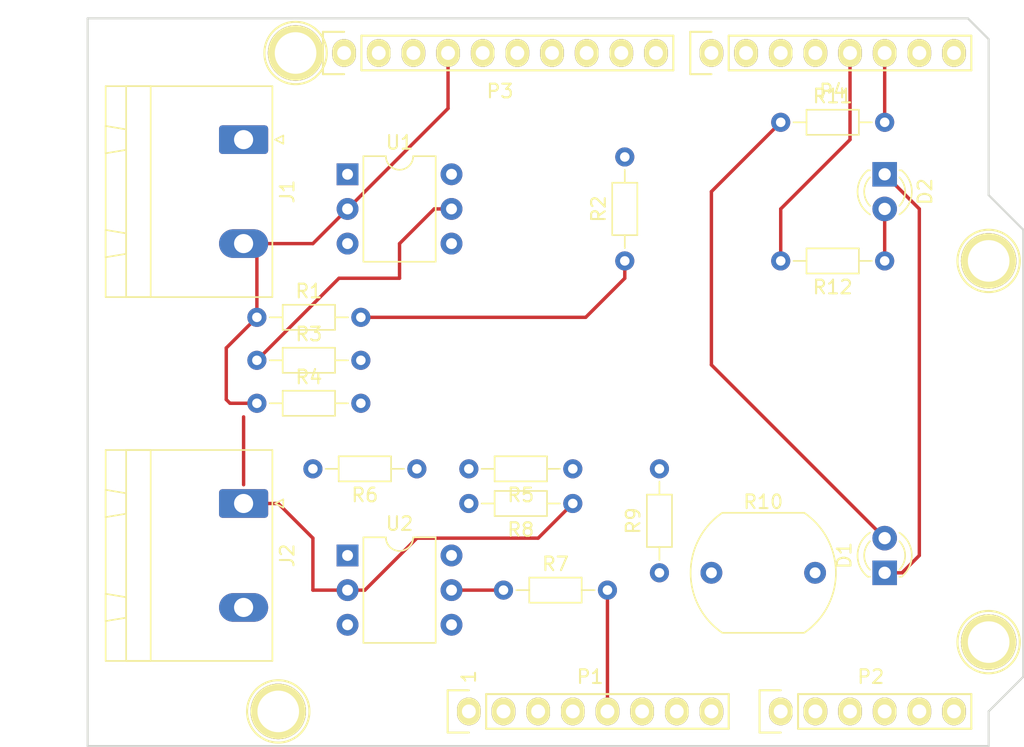
<source format=kicad_pcb>
(kicad_pcb (version 20171130) (host pcbnew "(5.1.9)-1")

  (general
    (thickness 1.6)
    (drawings 32)
    (tracks 41)
    (zones 0)
    (modules 26)
    (nets 45)
  )

  (page A4)
  (title_block
    (date "lun. 30 mars 2015")
  )

  (layers
    (0 F.Cu signal)
    (31 B.Cu signal)
    (32 B.Adhes user)
    (33 F.Adhes user)
    (34 B.Paste user)
    (35 F.Paste user)
    (36 B.SilkS user)
    (37 F.SilkS user)
    (38 B.Mask user)
    (39 F.Mask user)
    (40 Dwgs.User user)
    (41 Cmts.User user)
    (42 Eco1.User user)
    (43 Eco2.User user)
    (44 Edge.Cuts user)
    (45 Margin user)
    (46 B.CrtYd user)
    (47 F.CrtYd user)
    (48 B.Fab user)
    (49 F.Fab user)
  )

  (setup
    (last_trace_width 0.25)
    (trace_clearance 0.2)
    (zone_clearance 0.508)
    (zone_45_only no)
    (trace_min 0.2)
    (via_size 0.6)
    (via_drill 0.4)
    (via_min_size 0.4)
    (via_min_drill 0.3)
    (uvia_size 0.3)
    (uvia_drill 0.1)
    (uvias_allowed no)
    (uvia_min_size 0.2)
    (uvia_min_drill 0.1)
    (edge_width 0.15)
    (segment_width 0.15)
    (pcb_text_width 0.3)
    (pcb_text_size 1.5 1.5)
    (mod_edge_width 0.15)
    (mod_text_size 1 1)
    (mod_text_width 0.15)
    (pad_size 4.064 4.064)
    (pad_drill 3.048)
    (pad_to_mask_clearance 0)
    (aux_axis_origin 110.998 126.365)
    (grid_origin 110.998 126.365)
    (visible_elements 7FFFFFFF)
    (pcbplotparams
      (layerselection 0x00030_80000001)
      (usegerberextensions false)
      (usegerberattributes true)
      (usegerberadvancedattributes true)
      (creategerberjobfile true)
      (excludeedgelayer true)
      (linewidth 0.100000)
      (plotframeref false)
      (viasonmask false)
      (mode 1)
      (useauxorigin false)
      (hpglpennumber 1)
      (hpglpenspeed 20)
      (hpglpendiameter 15.000000)
      (psnegative false)
      (psa4output false)
      (plotreference true)
      (plotvalue true)
      (plotinvisibletext false)
      (padsonsilk false)
      (subtractmaskfromsilk false)
      (outputformat 1)
      (mirror false)
      (drillshape 1)
      (scaleselection 1)
      (outputdirectory ""))
  )

  (net 0 "")
  (net 1 /IOREF)
  (net 2 /Reset)
  (net 3 +5V)
  (net 4 GND)
  (net 5 /Vin)
  (net 6 /A0)
  (net 7 /A3)
  (net 8 /AREF)
  (net 9 "/A4(SDA)")
  (net 10 "/A5(SCL)")
  (net 11 "/9(**)")
  (net 12 /8)
  (net 13 /7)
  (net 14 "/6(**)")
  (net 15 "/5(**)")
  (net 16 /4)
  (net 17 "/3(**)")
  (net 18 /2)
  (net 19 "/1(Tx)")
  (net 20 "/0(Rx)")
  (net 21 "Net-(P5-Pad1)")
  (net 22 "Net-(P6-Pad1)")
  (net 23 "Net-(P7-Pad1)")
  (net 24 "Net-(P8-Pad1)")
  (net 25 "/13(SCK)")
  (net 26 "/10(**/SS)")
  (net 27 "Net-(P1-Pad1)")
  (net 28 +3V3)
  (net 29 "/12(MISO)")
  (net 30 "/11(**/MOSI)")
  (net 31 output_ref)
  (net 32 input_ref)
  (net 33 "Net-(R1-Pad2)")
  (net 34 "Net-(R4-Pad2)")
  (net 35 "Net-(U1-Pad3)")
  (net 36 "Net-(U1-Pad6)")
  (net 37 "Net-(U2-Pad6)")
  (net 38 "Net-(U2-Pad3)")
  (net 39 "Net-(R8-Pad2)")
  (net 40 "Net-(R5-Pad2)")
  (net 41 "Net-(D1-Pad2)")
  (net 42 "Net-(D2-Pad2)")
  (net 43 "Net-(J1-Pad1)")
  (net 44 "Net-(J2-Pad2)")

  (net_class Default "This is the default net class."
    (clearance 0.2)
    (trace_width 0.25)
    (via_dia 0.6)
    (via_drill 0.4)
    (uvia_dia 0.3)
    (uvia_drill 0.1)
    (add_net +3V3)
    (add_net +5V)
    (add_net "/0(Rx)")
    (add_net "/1(Tx)")
    (add_net "/10(**/SS)")
    (add_net "/11(**/MOSI)")
    (add_net "/12(MISO)")
    (add_net "/13(SCK)")
    (add_net /2)
    (add_net "/3(**)")
    (add_net /4)
    (add_net "/5(**)")
    (add_net "/6(**)")
    (add_net /7)
    (add_net /8)
    (add_net "/9(**)")
    (add_net /A0)
    (add_net /A3)
    (add_net "/A4(SDA)")
    (add_net "/A5(SCL)")
    (add_net /AREF)
    (add_net /IOREF)
    (add_net /Reset)
    (add_net /Vin)
    (add_net GND)
    (add_net "Net-(D1-Pad2)")
    (add_net "Net-(D2-Pad2)")
    (add_net "Net-(J1-Pad1)")
    (add_net "Net-(J2-Pad2)")
    (add_net "Net-(P1-Pad1)")
    (add_net "Net-(P5-Pad1)")
    (add_net "Net-(P6-Pad1)")
    (add_net "Net-(P7-Pad1)")
    (add_net "Net-(P8-Pad1)")
    (add_net "Net-(R1-Pad2)")
    (add_net "Net-(R4-Pad2)")
    (add_net "Net-(R5-Pad2)")
    (add_net "Net-(R8-Pad2)")
    (add_net "Net-(U1-Pad3)")
    (add_net "Net-(U1-Pad6)")
    (add_net "Net-(U2-Pad3)")
    (add_net "Net-(U2-Pad6)")
    (add_net input_ref)
    (add_net output_ref)
  )

  (module Socket_Arduino_Uno:Socket_Strip_Arduino_1x08 locked (layer F.Cu) (tedit 552168D2) (tstamp 551AF9EA)
    (at 138.938 123.825)
    (descr "Through hole socket strip")
    (tags "socket strip")
    (path /56D70129)
    (fp_text reference P1 (at 8.89 -2.54) (layer F.SilkS)
      (effects (font (size 1 1) (thickness 0.15)))
    )
    (fp_text value Power (at 8.89 -4.064) (layer F.Fab)
      (effects (font (size 1 1) (thickness 0.15)))
    )
    (fp_line (start -1.55 -1.55) (end -1.55 1.55) (layer F.SilkS) (width 0.15))
    (fp_line (start 0 -1.55) (end -1.55 -1.55) (layer F.SilkS) (width 0.15))
    (fp_line (start 1.27 1.27) (end 1.27 -1.27) (layer F.SilkS) (width 0.15))
    (fp_line (start -1.55 1.55) (end 0 1.55) (layer F.SilkS) (width 0.15))
    (fp_line (start 19.05 -1.27) (end 1.27 -1.27) (layer F.SilkS) (width 0.15))
    (fp_line (start 19.05 1.27) (end 19.05 -1.27) (layer F.SilkS) (width 0.15))
    (fp_line (start 1.27 1.27) (end 19.05 1.27) (layer F.SilkS) (width 0.15))
    (fp_line (start -1.75 1.75) (end 19.55 1.75) (layer F.CrtYd) (width 0.05))
    (fp_line (start -1.75 -1.75) (end 19.55 -1.75) (layer F.CrtYd) (width 0.05))
    (fp_line (start 19.55 -1.75) (end 19.55 1.75) (layer F.CrtYd) (width 0.05))
    (fp_line (start -1.75 -1.75) (end -1.75 1.75) (layer F.CrtYd) (width 0.05))
    (pad 1 thru_hole oval (at 0 0) (size 1.7272 2.032) (drill 1.016) (layers *.Cu *.Mask F.SilkS)
      (net 27 "Net-(P1-Pad1)"))
    (pad 2 thru_hole oval (at 2.54 0) (size 1.7272 2.032) (drill 1.016) (layers *.Cu *.Mask F.SilkS)
      (net 1 /IOREF))
    (pad 3 thru_hole oval (at 5.08 0) (size 1.7272 2.032) (drill 1.016) (layers *.Cu *.Mask F.SilkS)
      (net 2 /Reset))
    (pad 4 thru_hole oval (at 7.62 0) (size 1.7272 2.032) (drill 1.016) (layers *.Cu *.Mask F.SilkS)
      (net 28 +3V3))
    (pad 5 thru_hole oval (at 10.16 0) (size 1.7272 2.032) (drill 1.016) (layers *.Cu *.Mask F.SilkS)
      (net 3 +5V))
    (pad 6 thru_hole oval (at 12.7 0) (size 1.7272 2.032) (drill 1.016) (layers *.Cu *.Mask F.SilkS)
      (net 4 GND))
    (pad 7 thru_hole oval (at 15.24 0) (size 1.7272 2.032) (drill 1.016) (layers *.Cu *.Mask F.SilkS)
      (net 4 GND))
    (pad 8 thru_hole oval (at 17.78 0) (size 1.7272 2.032) (drill 1.016) (layers *.Cu *.Mask F.SilkS)
      (net 5 /Vin))
    (model ${KIPRJMOD}/Socket_Arduino_Uno.3dshapes/Socket_header_Arduino_1x08.wrl
      (offset (xyz 8.889999866485596 0 0))
      (scale (xyz 1 1 1))
      (rotate (xyz 0 0 180))
    )
  )

  (module Socket_Arduino_Uno:Socket_Strip_Arduino_1x06 locked (layer F.Cu) (tedit 552168D6) (tstamp 551AF9FF)
    (at 161.798 123.825)
    (descr "Through hole socket strip")
    (tags "socket strip")
    (path /56D70DD8)
    (fp_text reference P2 (at 6.604 -2.54) (layer F.SilkS)
      (effects (font (size 1 1) (thickness 0.15)))
    )
    (fp_text value Analog (at 6.604 -4.064) (layer F.Fab)
      (effects (font (size 1 1) (thickness 0.15)))
    )
    (fp_line (start -1.55 -1.55) (end -1.55 1.55) (layer F.SilkS) (width 0.15))
    (fp_line (start 0 -1.55) (end -1.55 -1.55) (layer F.SilkS) (width 0.15))
    (fp_line (start 1.27 1.27) (end 1.27 -1.27) (layer F.SilkS) (width 0.15))
    (fp_line (start -1.55 1.55) (end 0 1.55) (layer F.SilkS) (width 0.15))
    (fp_line (start 13.97 -1.27) (end 1.27 -1.27) (layer F.SilkS) (width 0.15))
    (fp_line (start 13.97 1.27) (end 13.97 -1.27) (layer F.SilkS) (width 0.15))
    (fp_line (start 1.27 1.27) (end 13.97 1.27) (layer F.SilkS) (width 0.15))
    (fp_line (start -1.75 1.75) (end 14.45 1.75) (layer F.CrtYd) (width 0.05))
    (fp_line (start -1.75 -1.75) (end 14.45 -1.75) (layer F.CrtYd) (width 0.05))
    (fp_line (start 14.45 -1.75) (end 14.45 1.75) (layer F.CrtYd) (width 0.05))
    (fp_line (start -1.75 -1.75) (end -1.75 1.75) (layer F.CrtYd) (width 0.05))
    (pad 1 thru_hole oval (at 0 0) (size 1.7272 2.032) (drill 1.016) (layers *.Cu *.Mask F.SilkS)
      (net 6 /A0))
    (pad 2 thru_hole oval (at 2.54 0) (size 1.7272 2.032) (drill 1.016) (layers *.Cu *.Mask F.SilkS)
      (net 31 output_ref))
    (pad 3 thru_hole oval (at 5.08 0) (size 1.7272 2.032) (drill 1.016) (layers *.Cu *.Mask F.SilkS)
      (net 32 input_ref))
    (pad 4 thru_hole oval (at 7.62 0) (size 1.7272 2.032) (drill 1.016) (layers *.Cu *.Mask F.SilkS)
      (net 7 /A3))
    (pad 5 thru_hole oval (at 10.16 0) (size 1.7272 2.032) (drill 1.016) (layers *.Cu *.Mask F.SilkS)
      (net 9 "/A4(SDA)"))
    (pad 6 thru_hole oval (at 12.7 0) (size 1.7272 2.032) (drill 1.016) (layers *.Cu *.Mask F.SilkS)
      (net 10 "/A5(SCL)"))
    (model ${KIPRJMOD}/Socket_Arduino_Uno.3dshapes/Socket_header_Arduino_1x06.wrl
      (offset (xyz 6.349999904632568 0 0))
      (scale (xyz 1 1 1))
      (rotate (xyz 0 0 180))
    )
  )

  (module Socket_Arduino_Uno:Socket_Strip_Arduino_1x10 locked (layer F.Cu) (tedit 552168BF) (tstamp 551AFA18)
    (at 129.794 75.565)
    (descr "Through hole socket strip")
    (tags "socket strip")
    (path /56D721E0)
    (fp_text reference P3 (at 11.43 2.794) (layer F.SilkS)
      (effects (font (size 1 1) (thickness 0.15)))
    )
    (fp_text value Digital (at 11.43 4.318) (layer F.Fab)
      (effects (font (size 1 1) (thickness 0.15)))
    )
    (fp_line (start -1.55 -1.55) (end -1.55 1.55) (layer F.SilkS) (width 0.15))
    (fp_line (start 0 -1.55) (end -1.55 -1.55) (layer F.SilkS) (width 0.15))
    (fp_line (start 1.27 1.27) (end 1.27 -1.27) (layer F.SilkS) (width 0.15))
    (fp_line (start -1.55 1.55) (end 0 1.55) (layer F.SilkS) (width 0.15))
    (fp_line (start 24.13 -1.27) (end 1.27 -1.27) (layer F.SilkS) (width 0.15))
    (fp_line (start 24.13 1.27) (end 24.13 -1.27) (layer F.SilkS) (width 0.15))
    (fp_line (start 1.27 1.27) (end 24.13 1.27) (layer F.SilkS) (width 0.15))
    (fp_line (start -1.75 1.75) (end 24.65 1.75) (layer F.CrtYd) (width 0.05))
    (fp_line (start -1.75 -1.75) (end 24.65 -1.75) (layer F.CrtYd) (width 0.05))
    (fp_line (start 24.65 -1.75) (end 24.65 1.75) (layer F.CrtYd) (width 0.05))
    (fp_line (start -1.75 -1.75) (end -1.75 1.75) (layer F.CrtYd) (width 0.05))
    (pad 1 thru_hole oval (at 0 0) (size 1.7272 2.032) (drill 1.016) (layers *.Cu *.Mask F.SilkS)
      (net 10 "/A5(SCL)"))
    (pad 2 thru_hole oval (at 2.54 0) (size 1.7272 2.032) (drill 1.016) (layers *.Cu *.Mask F.SilkS)
      (net 9 "/A4(SDA)"))
    (pad 3 thru_hole oval (at 5.08 0) (size 1.7272 2.032) (drill 1.016) (layers *.Cu *.Mask F.SilkS)
      (net 8 /AREF))
    (pad 4 thru_hole oval (at 7.62 0) (size 1.7272 2.032) (drill 1.016) (layers *.Cu *.Mask F.SilkS)
      (net 4 GND))
    (pad 5 thru_hole oval (at 10.16 0) (size 1.7272 2.032) (drill 1.016) (layers *.Cu *.Mask F.SilkS)
      (net 25 "/13(SCK)"))
    (pad 6 thru_hole oval (at 12.7 0) (size 1.7272 2.032) (drill 1.016) (layers *.Cu *.Mask F.SilkS)
      (net 29 "/12(MISO)"))
    (pad 7 thru_hole oval (at 15.24 0) (size 1.7272 2.032) (drill 1.016) (layers *.Cu *.Mask F.SilkS)
      (net 30 "/11(**/MOSI)"))
    (pad 8 thru_hole oval (at 17.78 0) (size 1.7272 2.032) (drill 1.016) (layers *.Cu *.Mask F.SilkS)
      (net 26 "/10(**/SS)"))
    (pad 9 thru_hole oval (at 20.32 0) (size 1.7272 2.032) (drill 1.016) (layers *.Cu *.Mask F.SilkS)
      (net 11 "/9(**)"))
    (pad 10 thru_hole oval (at 22.86 0) (size 1.7272 2.032) (drill 1.016) (layers *.Cu *.Mask F.SilkS)
      (net 12 /8))
    (model ${KIPRJMOD}/Socket_Arduino_Uno.3dshapes/Socket_header_Arduino_1x10.wrl
      (offset (xyz 11.42999982833862 0 0))
      (scale (xyz 1 1 1))
      (rotate (xyz 0 0 180))
    )
  )

  (module Socket_Arduino_Uno:Socket_Strip_Arduino_1x08 locked (layer F.Cu) (tedit 552168C7) (tstamp 551AFA2F)
    (at 156.718 75.565)
    (descr "Through hole socket strip")
    (tags "socket strip")
    (path /56D7164F)
    (fp_text reference P4 (at 8.89 2.794) (layer F.SilkS)
      (effects (font (size 1 1) (thickness 0.15)))
    )
    (fp_text value Digital (at 8.89 4.318) (layer F.Fab)
      (effects (font (size 1 1) (thickness 0.15)))
    )
    (fp_line (start -1.55 -1.55) (end -1.55 1.55) (layer F.SilkS) (width 0.15))
    (fp_line (start 0 -1.55) (end -1.55 -1.55) (layer F.SilkS) (width 0.15))
    (fp_line (start 1.27 1.27) (end 1.27 -1.27) (layer F.SilkS) (width 0.15))
    (fp_line (start -1.55 1.55) (end 0 1.55) (layer F.SilkS) (width 0.15))
    (fp_line (start 19.05 -1.27) (end 1.27 -1.27) (layer F.SilkS) (width 0.15))
    (fp_line (start 19.05 1.27) (end 19.05 -1.27) (layer F.SilkS) (width 0.15))
    (fp_line (start 1.27 1.27) (end 19.05 1.27) (layer F.SilkS) (width 0.15))
    (fp_line (start -1.75 1.75) (end 19.55 1.75) (layer F.CrtYd) (width 0.05))
    (fp_line (start -1.75 -1.75) (end 19.55 -1.75) (layer F.CrtYd) (width 0.05))
    (fp_line (start 19.55 -1.75) (end 19.55 1.75) (layer F.CrtYd) (width 0.05))
    (fp_line (start -1.75 -1.75) (end -1.75 1.75) (layer F.CrtYd) (width 0.05))
    (pad 1 thru_hole oval (at 0 0) (size 1.7272 2.032) (drill 1.016) (layers *.Cu *.Mask F.SilkS)
      (net 13 /7))
    (pad 2 thru_hole oval (at 2.54 0) (size 1.7272 2.032) (drill 1.016) (layers *.Cu *.Mask F.SilkS)
      (net 14 "/6(**)"))
    (pad 3 thru_hole oval (at 5.08 0) (size 1.7272 2.032) (drill 1.016) (layers *.Cu *.Mask F.SilkS)
      (net 15 "/5(**)"))
    (pad 4 thru_hole oval (at 7.62 0) (size 1.7272 2.032) (drill 1.016) (layers *.Cu *.Mask F.SilkS)
      (net 16 /4))
    (pad 5 thru_hole oval (at 10.16 0) (size 1.7272 2.032) (drill 1.016) (layers *.Cu *.Mask F.SilkS)
      (net 17 "/3(**)"))
    (pad 6 thru_hole oval (at 12.7 0) (size 1.7272 2.032) (drill 1.016) (layers *.Cu *.Mask F.SilkS)
      (net 18 /2))
    (pad 7 thru_hole oval (at 15.24 0) (size 1.7272 2.032) (drill 1.016) (layers *.Cu *.Mask F.SilkS)
      (net 19 "/1(Tx)"))
    (pad 8 thru_hole oval (at 17.78 0) (size 1.7272 2.032) (drill 1.016) (layers *.Cu *.Mask F.SilkS)
      (net 20 "/0(Rx)"))
    (model ${KIPRJMOD}/Socket_Arduino_Uno.3dshapes/Socket_header_Arduino_1x08.wrl
      (offset (xyz 8.889999866485596 0 0))
      (scale (xyz 1 1 1))
      (rotate (xyz 0 0 180))
    )
  )

  (module Socket_Arduino_Uno:Arduino_1pin locked (layer F.Cu) (tedit 5524FC39) (tstamp 5524FC3F)
    (at 124.968 123.825)
    (descr "module 1 pin (ou trou mecanique de percage)")
    (tags DEV)
    (path /56D71177)
    (fp_text reference P5 (at 0 -3.048) (layer F.SilkS) hide
      (effects (font (size 1 1) (thickness 0.15)))
    )
    (fp_text value CONN_01X01 (at 0 2.794) (layer F.Fab) hide
      (effects (font (size 1 1) (thickness 0.15)))
    )
    (fp_circle (center 0 0) (end 0 -2.286) (layer F.SilkS) (width 0.15))
    (pad 1 thru_hole circle (at 0 0) (size 4.064 4.064) (drill 3.048) (layers *.Cu *.Mask F.SilkS)
      (net 21 "Net-(P5-Pad1)"))
  )

  (module Socket_Arduino_Uno:Arduino_1pin locked (layer F.Cu) (tedit 5524FC4A) (tstamp 5524FC44)
    (at 177.038 118.745)
    (descr "module 1 pin (ou trou mecanique de percage)")
    (tags DEV)
    (path /56D71274)
    (fp_text reference P6 (at 0 -3.048) (layer F.SilkS) hide
      (effects (font (size 1 1) (thickness 0.15)))
    )
    (fp_text value CONN_01X01 (at 0 2.794) (layer F.Fab) hide
      (effects (font (size 1 1) (thickness 0.15)))
    )
    (fp_circle (center 0 0) (end 0 -2.286) (layer F.SilkS) (width 0.15))
    (pad 1 thru_hole circle (at 0 0) (size 4.064 4.064) (drill 3.048) (layers *.Cu *.Mask F.SilkS)
      (net 22 "Net-(P6-Pad1)"))
  )

  (module Socket_Arduino_Uno:Arduino_1pin locked (layer F.Cu) (tedit 5524FC2F) (tstamp 5524FC49)
    (at 126.238 75.565)
    (descr "module 1 pin (ou trou mecanique de percage)")
    (tags DEV)
    (path /56D712A8)
    (fp_text reference P7 (at 0 -3.048) (layer F.SilkS) hide
      (effects (font (size 1 1) (thickness 0.15)))
    )
    (fp_text value CONN_01X01 (at 0 2.794) (layer F.Fab) hide
      (effects (font (size 1 1) (thickness 0.15)))
    )
    (fp_circle (center 0 0) (end 0 -2.286) (layer F.SilkS) (width 0.15))
    (pad 1 thru_hole circle (at 0 0) (size 4.064 4.064) (drill 3.048) (layers *.Cu *.Mask F.SilkS)
      (net 23 "Net-(P7-Pad1)"))
  )

  (module Socket_Arduino_Uno:Arduino_1pin locked (layer F.Cu) (tedit 5524FC41) (tstamp 5524FC4E)
    (at 177.038 90.805)
    (descr "module 1 pin (ou trou mecanique de percage)")
    (tags DEV)
    (path /56D712DB)
    (fp_text reference P8 (at 0 -3.048) (layer F.SilkS) hide
      (effects (font (size 1 1) (thickness 0.15)))
    )
    (fp_text value CONN_01X01 (at 0 2.794) (layer F.Fab) hide
      (effects (font (size 1 1) (thickness 0.15)))
    )
    (fp_circle (center 0 0) (end 0 -2.286) (layer F.SilkS) (width 0.15))
    (pad 1 thru_hole circle (at 0 0) (size 4.064 4.064) (drill 3.048) (layers *.Cu *.Mask F.SilkS)
      (net 24 "Net-(P8-Pad1)"))
  )

  (module OptoDevice:R_LDR_10x8.5mm_P7.6mm_Vertical (layer F.Cu) (tedit 5B860466) (tstamp 60BBF63B)
    (at 156.718 113.665)
    (descr "Resistor, LDR 10x8.5mm")
    (tags "Resistor LDR10.8.5mm")
    (path /60BE0ECC)
    (fp_text reference R10 (at 3.8 -5.2) (layer F.SilkS)
      (effects (font (size 1 1) (thickness 0.15)))
    )
    (fp_text value LDR03 (at 3.7 5.2) (layer F.Fab)
      (effects (font (size 1 1) (thickness 0.15)))
    )
    (fp_line (start 9.25 4.5) (end -1.65 4.5) (layer F.CrtYd) (width 0.05))
    (fp_line (start 9.25 4.5) (end 9.25 -4.5) (layer F.CrtYd) (width 0.05))
    (fp_line (start -1.65 -4.5) (end -1.65 4.5) (layer F.CrtYd) (width 0.05))
    (fp_line (start -1.65 -4.5) (end 9.25 -4.5) (layer F.CrtYd) (width 0.05))
    (fp_line (start 0.8 -4.25) (end 6.8 -4.25) (layer F.Fab) (width 0.1))
    (fp_line (start 6.8 4.25) (end 0.8 4.25) (layer F.Fab) (width 0.1))
    (fp_line (start 2.9 1.8) (end 4.7 1.8) (layer F.Fab) (width 0.1))
    (fp_line (start 2.9 1.2) (end 2.9 1.8) (layer F.Fab) (width 0.1))
    (fp_line (start 4.7 1.2) (end 2.9 1.2) (layer F.Fab) (width 0.1))
    (fp_line (start 4.7 0.6) (end 4.7 1.2) (layer F.Fab) (width 0.1))
    (fp_line (start 2.9 0.6) (end 4.7 0.6) (layer F.Fab) (width 0.1))
    (fp_line (start 2.9 0) (end 2.9 0.6) (layer F.Fab) (width 0.1))
    (fp_line (start 4.7 0) (end 2.9 0) (layer F.Fab) (width 0.1))
    (fp_line (start 4.7 -0.6) (end 4.7 0) (layer F.Fab) (width 0.1))
    (fp_line (start 2.9 -0.6) (end 4.7 -0.6) (layer F.Fab) (width 0.1))
    (fp_line (start 2.9 -1.2) (end 2.9 -0.6) (layer F.Fab) (width 0.1))
    (fp_line (start 4.7 -1.2) (end 2.9 -1.2) (layer F.Fab) (width 0.1))
    (fp_line (start 4.7 -1.8) (end 4.7 -1.2) (layer F.Fab) (width 0.1))
    (fp_line (start 2.9 -1.8) (end 4.7 -1.8) (layer F.Fab) (width 0.1))
    (fp_line (start 0.8 -4.4) (end 6.8 -4.4) (layer F.SilkS) (width 0.12))
    (fp_line (start 0.8 4.4) (end 6.8 4.4) (layer F.SilkS) (width 0.12))
    (fp_text user %R (at 3.8 -2.5) (layer F.Fab)
      (effects (font (size 1 1) (thickness 0.15)))
    )
    (fp_arc (start 3.8 0) (end 0.8 4.4) (angle 111) (layer F.SilkS) (width 0.12))
    (fp_arc (start 3.8 0) (end 6.8 -4.4) (angle 111) (layer F.SilkS) (width 0.12))
    (fp_arc (start 3.8 0) (end 6.8 -4.25) (angle 109) (layer F.Fab) (width 0.1))
    (fp_arc (start 3.8 0) (end 0.8 4.25) (angle 109) (layer F.Fab) (width 0.1))
    (pad 1 thru_hole circle (at 0 0) (size 1.6 1.6) (drill 0.8) (layers *.Cu *.Mask)
      (net 7 /A3))
    (pad 2 thru_hole circle (at 7.6 0) (size 1.6 1.6) (drill 0.8) (layers *.Cu *.Mask)
      (net 4 GND))
    (model ${KISYS3DMOD}/OptoDevice.3dshapes/R_LDR_10x8.5mm_P7.6mm_Vertical.wrl
      (at (xyz 0 0 0))
      (scale (xyz 1 1 1))
      (rotate (xyz 0 0 0))
    )
  )

  (module Package_DIP:DIP-6_W7.62mm (layer F.Cu) (tedit 5A02E8C5) (tstamp 60BC0C26)
    (at 130.048 84.455)
    (descr "6-lead though-hole mounted DIP package, row spacing 7.62 mm (300 mils)")
    (tags "THT DIP DIL PDIP 2.54mm 7.62mm 300mil")
    (path /60BE6890)
    (fp_text reference U1 (at 3.81 -2.33) (layer F.SilkS)
      (effects (font (size 1 1) (thickness 0.15)))
    )
    (fp_text value 4N25 (at 3.81 7.41) (layer F.Fab)
      (effects (font (size 1 1) (thickness 0.15)))
    )
    (fp_line (start 8.7 -1.55) (end -1.1 -1.55) (layer F.CrtYd) (width 0.05))
    (fp_line (start 8.7 6.6) (end 8.7 -1.55) (layer F.CrtYd) (width 0.05))
    (fp_line (start -1.1 6.6) (end 8.7 6.6) (layer F.CrtYd) (width 0.05))
    (fp_line (start -1.1 -1.55) (end -1.1 6.6) (layer F.CrtYd) (width 0.05))
    (fp_line (start 6.46 -1.33) (end 4.81 -1.33) (layer F.SilkS) (width 0.12))
    (fp_line (start 6.46 6.41) (end 6.46 -1.33) (layer F.SilkS) (width 0.12))
    (fp_line (start 1.16 6.41) (end 6.46 6.41) (layer F.SilkS) (width 0.12))
    (fp_line (start 1.16 -1.33) (end 1.16 6.41) (layer F.SilkS) (width 0.12))
    (fp_line (start 2.81 -1.33) (end 1.16 -1.33) (layer F.SilkS) (width 0.12))
    (fp_line (start 0.635 -0.27) (end 1.635 -1.27) (layer F.Fab) (width 0.1))
    (fp_line (start 0.635 6.35) (end 0.635 -0.27) (layer F.Fab) (width 0.1))
    (fp_line (start 6.985 6.35) (end 0.635 6.35) (layer F.Fab) (width 0.1))
    (fp_line (start 6.985 -1.27) (end 6.985 6.35) (layer F.Fab) (width 0.1))
    (fp_line (start 1.635 -1.27) (end 6.985 -1.27) (layer F.Fab) (width 0.1))
    (fp_arc (start 3.81 -1.33) (end 2.81 -1.33) (angle -180) (layer F.SilkS) (width 0.12))
    (fp_text user %R (at 3.81 2.54) (layer F.Fab)
      (effects (font (size 1 1) (thickness 0.15)))
    )
    (pad 1 thru_hole rect (at 0 0) (size 1.6 1.6) (drill 0.8) (layers *.Cu *.Mask)
      (net 33 "Net-(R1-Pad2)"))
    (pad 4 thru_hole oval (at 7.62 5.08) (size 1.6 1.6) (drill 0.8) (layers *.Cu *.Mask)
      (net 34 "Net-(R4-Pad2)"))
    (pad 2 thru_hole oval (at 0 2.54) (size 1.6 1.6) (drill 0.8) (layers *.Cu *.Mask)
      (net 4 GND))
    (pad 5 thru_hole oval (at 7.62 2.54) (size 1.6 1.6) (drill 0.8) (layers *.Cu *.Mask)
      (net 32 input_ref))
    (pad 3 thru_hole oval (at 0 5.08) (size 1.6 1.6) (drill 0.8) (layers *.Cu *.Mask)
      (net 35 "Net-(U1-Pad3)"))
    (pad 6 thru_hole oval (at 7.62 0) (size 1.6 1.6) (drill 0.8) (layers *.Cu *.Mask)
      (net 36 "Net-(U1-Pad6)"))
    (model ${KISYS3DMOD}/Package_DIP.3dshapes/DIP-6_W7.62mm.wrl
      (at (xyz 0 0 0))
      (scale (xyz 1 1 1))
      (rotate (xyz 0 0 0))
    )
  )

  (module Package_DIP:DIP-6_W7.62mm (layer F.Cu) (tedit 5A02E8C5) (tstamp 60BBF66F)
    (at 130.048 112.395)
    (descr "6-lead though-hole mounted DIP package, row spacing 7.62 mm (300 mils)")
    (tags "THT DIP DIL PDIP 2.54mm 7.62mm 300mil")
    (path /60C4A1E9)
    (fp_text reference U2 (at 3.81 -2.33) (layer F.SilkS)
      (effects (font (size 1 1) (thickness 0.15)))
    )
    (fp_text value 4N25 (at 3.81 7.41) (layer F.Fab)
      (effects (font (size 1 1) (thickness 0.15)))
    )
    (fp_text user %R (at 3.81 2.54) (layer F.Fab)
      (effects (font (size 1 1) (thickness 0.15)))
    )
    (fp_arc (start 3.81 -1.33) (end 2.81 -1.33) (angle -180) (layer F.SilkS) (width 0.12))
    (fp_line (start 1.635 -1.27) (end 6.985 -1.27) (layer F.Fab) (width 0.1))
    (fp_line (start 6.985 -1.27) (end 6.985 6.35) (layer F.Fab) (width 0.1))
    (fp_line (start 6.985 6.35) (end 0.635 6.35) (layer F.Fab) (width 0.1))
    (fp_line (start 0.635 6.35) (end 0.635 -0.27) (layer F.Fab) (width 0.1))
    (fp_line (start 0.635 -0.27) (end 1.635 -1.27) (layer F.Fab) (width 0.1))
    (fp_line (start 2.81 -1.33) (end 1.16 -1.33) (layer F.SilkS) (width 0.12))
    (fp_line (start 1.16 -1.33) (end 1.16 6.41) (layer F.SilkS) (width 0.12))
    (fp_line (start 1.16 6.41) (end 6.46 6.41) (layer F.SilkS) (width 0.12))
    (fp_line (start 6.46 6.41) (end 6.46 -1.33) (layer F.SilkS) (width 0.12))
    (fp_line (start 6.46 -1.33) (end 4.81 -1.33) (layer F.SilkS) (width 0.12))
    (fp_line (start -1.1 -1.55) (end -1.1 6.6) (layer F.CrtYd) (width 0.05))
    (fp_line (start -1.1 6.6) (end 8.7 6.6) (layer F.CrtYd) (width 0.05))
    (fp_line (start 8.7 6.6) (end 8.7 -1.55) (layer F.CrtYd) (width 0.05))
    (fp_line (start 8.7 -1.55) (end -1.1 -1.55) (layer F.CrtYd) (width 0.05))
    (pad 6 thru_hole oval (at 7.62 0) (size 1.6 1.6) (drill 0.8) (layers *.Cu *.Mask)
      (net 37 "Net-(U2-Pad6)"))
    (pad 3 thru_hole oval (at 0 5.08) (size 1.6 1.6) (drill 0.8) (layers *.Cu *.Mask)
      (net 38 "Net-(U2-Pad3)"))
    (pad 5 thru_hole oval (at 7.62 2.54) (size 1.6 1.6) (drill 0.8) (layers *.Cu *.Mask)
      (net 31 output_ref))
    (pad 2 thru_hole oval (at 0 2.54) (size 1.6 1.6) (drill 0.8) (layers *.Cu *.Mask)
      (net 4 GND))
    (pad 4 thru_hole oval (at 7.62 5.08) (size 1.6 1.6) (drill 0.8) (layers *.Cu *.Mask)
      (net 39 "Net-(R8-Pad2)"))
    (pad 1 thru_hole rect (at 0 0) (size 1.6 1.6) (drill 0.8) (layers *.Cu *.Mask)
      (net 40 "Net-(R5-Pad2)"))
    (model ${KISYS3DMOD}/Package_DIP.3dshapes/DIP-6_W7.62mm.wrl
      (at (xyz 0 0 0))
      (scale (xyz 1 1 1))
      (rotate (xyz 0 0 0))
    )
  )

  (module LED_THT:LED_D3.0mm_FlatTop (layer F.Cu) (tedit 5880A862) (tstamp 60BC0731)
    (at 169.418 113.665 90)
    (descr "LED, Round, FlatTop, diameter 3.0mm, 2 pins, http://www.kingbright.com/attachments/file/psearch/000/00/00/L-47XEC(Ver.9A).pdf")
    (tags "LED Round FlatTop diameter 3.0mm 2 pins")
    (path /60BE8410)
    (fp_text reference D1 (at 1.27 -2.96 90) (layer F.SilkS)
      (effects (font (size 1 1) (thickness 0.15)))
    )
    (fp_text value LED (at 1.27 2.96 90) (layer F.Fab)
      (effects (font (size 1 1) (thickness 0.15)))
    )
    (fp_arc (start 1.27 0) (end 0.229039 1.08) (angle -87.9) (layer F.SilkS) (width 0.12))
    (fp_arc (start 1.27 0) (end 0.229039 -1.08) (angle 87.9) (layer F.SilkS) (width 0.12))
    (fp_arc (start 1.27 0) (end -0.29 1.235516) (angle -108.8) (layer F.SilkS) (width 0.12))
    (fp_arc (start 1.27 0) (end -0.29 -1.235516) (angle 108.8) (layer F.SilkS) (width 0.12))
    (fp_arc (start 1.27 0) (end -0.23 -1.16619) (angle 284.3) (layer F.Fab) (width 0.1))
    (fp_circle (center 1.27 0) (end 2.77 0) (layer F.Fab) (width 0.1))
    (fp_line (start -0.23 -1.16619) (end -0.23 1.16619) (layer F.Fab) (width 0.1))
    (fp_line (start -0.29 -1.236) (end -0.29 -1.08) (layer F.SilkS) (width 0.12))
    (fp_line (start -0.29 1.08) (end -0.29 1.236) (layer F.SilkS) (width 0.12))
    (fp_line (start -1.15 -2.25) (end -1.15 2.25) (layer F.CrtYd) (width 0.05))
    (fp_line (start -1.15 2.25) (end 3.7 2.25) (layer F.CrtYd) (width 0.05))
    (fp_line (start 3.7 2.25) (end 3.7 -2.25) (layer F.CrtYd) (width 0.05))
    (fp_line (start 3.7 -2.25) (end -1.15 -2.25) (layer F.CrtYd) (width 0.05))
    (pad 2 thru_hole circle (at 2.54 0 90) (size 1.8 1.8) (drill 0.9) (layers *.Cu *.Mask)
      (net 41 "Net-(D1-Pad2)"))
    (pad 1 thru_hole rect (at 0 0 90) (size 1.8 1.8) (drill 0.9) (layers *.Cu *.Mask)
      (net 4 GND))
    (model ${KISYS3DMOD}/LED_THT.3dshapes/LED_D3.0mm_FlatTop.wrl
      (at (xyz 0 0 0))
      (scale (xyz 1 1 1))
      (rotate (xyz 0 0 0))
    )
  )

  (module LED_THT:LED_D3.0mm_FlatTop (layer F.Cu) (tedit 5880A862) (tstamp 60BC0744)
    (at 169.418 84.455 270)
    (descr "LED, Round, FlatTop, diameter 3.0mm, 2 pins, http://www.kingbright.com/attachments/file/psearch/000/00/00/L-47XEC(Ver.9A).pdf")
    (tags "LED Round FlatTop diameter 3.0mm 2 pins")
    (path /60BE9076)
    (fp_text reference D2 (at 1.27 -2.96 90) (layer F.SilkS)
      (effects (font (size 1 1) (thickness 0.15)))
    )
    (fp_text value LED (at 1.27 2.96 90) (layer F.Fab)
      (effects (font (size 1 1) (thickness 0.15)))
    )
    (fp_line (start 3.7 -2.25) (end -1.15 -2.25) (layer F.CrtYd) (width 0.05))
    (fp_line (start 3.7 2.25) (end 3.7 -2.25) (layer F.CrtYd) (width 0.05))
    (fp_line (start -1.15 2.25) (end 3.7 2.25) (layer F.CrtYd) (width 0.05))
    (fp_line (start -1.15 -2.25) (end -1.15 2.25) (layer F.CrtYd) (width 0.05))
    (fp_line (start -0.29 1.08) (end -0.29 1.236) (layer F.SilkS) (width 0.12))
    (fp_line (start -0.29 -1.236) (end -0.29 -1.08) (layer F.SilkS) (width 0.12))
    (fp_line (start -0.23 -1.16619) (end -0.23 1.16619) (layer F.Fab) (width 0.1))
    (fp_circle (center 1.27 0) (end 2.77 0) (layer F.Fab) (width 0.1))
    (fp_arc (start 1.27 0) (end -0.23 -1.16619) (angle 284.3) (layer F.Fab) (width 0.1))
    (fp_arc (start 1.27 0) (end -0.29 -1.235516) (angle 108.8) (layer F.SilkS) (width 0.12))
    (fp_arc (start 1.27 0) (end -0.29 1.235516) (angle -108.8) (layer F.SilkS) (width 0.12))
    (fp_arc (start 1.27 0) (end 0.229039 -1.08) (angle 87.9) (layer F.SilkS) (width 0.12))
    (fp_arc (start 1.27 0) (end 0.229039 1.08) (angle -87.9) (layer F.SilkS) (width 0.12))
    (pad 1 thru_hole rect (at 0 0 270) (size 1.8 1.8) (drill 0.9) (layers *.Cu *.Mask)
      (net 4 GND))
    (pad 2 thru_hole circle (at 2.54 0 270) (size 1.8 1.8) (drill 0.9) (layers *.Cu *.Mask)
      (net 42 "Net-(D2-Pad2)"))
    (model ${KISYS3DMOD}/LED_THT.3dshapes/LED_D3.0mm_FlatTop.wrl
      (at (xyz 0 0 0))
      (scale (xyz 1 1 1))
      (rotate (xyz 0 0 0))
    )
  )

  (module Connector_Phoenix_GMSTB:PhoenixContact_GMSTBA_2,5_2-G-7,62_1x02_P7.62mm_Horizontal (layer F.Cu) (tedit 5B785048) (tstamp 60BC0768)
    (at 122.428 81.915 270)
    (descr "Generic Phoenix Contact connector footprint for: GMSTBA_2,5/2-G-7,62; number of pins: 02; pin pitch: 7.62mm; Angled || order number: 1766233 12A 630V")
    (tags "phoenix_contact connector GMSTBA_01x02_G_7.62mm")
    (path /60BE0727)
    (fp_text reference J1 (at 3.81 -3.2 90) (layer F.SilkS)
      (effects (font (size 1 1) (thickness 0.15)))
    )
    (fp_text value Conn_01x02 (at 3.81 11.2 90) (layer F.Fab)
      (effects (font (size 1 1) (thickness 0.15)))
    )
    (fp_text user %R (at 3.81 -1.3 90) (layer F.Fab)
      (effects (font (size 1 1) (thickness 0.15)))
    )
    (fp_line (start -3.92 -2.11) (end -3.92 10.11) (layer F.SilkS) (width 0.12))
    (fp_line (start -3.92 10.11) (end 11.54 10.11) (layer F.SilkS) (width 0.12))
    (fp_line (start 11.54 10.11) (end 11.54 -2.11) (layer F.SilkS) (width 0.12))
    (fp_line (start 11.54 -2.11) (end -3.92 -2.11) (layer F.SilkS) (width 0.12))
    (fp_line (start -3.81 -2) (end -3.81 10) (layer F.Fab) (width 0.1))
    (fp_line (start -3.81 10) (end 11.43 10) (layer F.Fab) (width 0.1))
    (fp_line (start 11.43 10) (end 11.43 -2) (layer F.Fab) (width 0.1))
    (fp_line (start 11.43 -2) (end -3.81 -2) (layer F.Fab) (width 0.1))
    (fp_line (start -3.92 8.61) (end -3.92 6.81) (layer F.SilkS) (width 0.12))
    (fp_line (start -3.92 6.81) (end 11.54 6.81) (layer F.SilkS) (width 0.12))
    (fp_line (start 11.54 6.81) (end 11.54 8.61) (layer F.SilkS) (width 0.12))
    (fp_line (start 11.54 8.61) (end -3.92 8.61) (layer F.SilkS) (width 0.12))
    (fp_line (start -1 10.11) (end 1 10.11) (layer F.SilkS) (width 0.12))
    (fp_line (start 1 10.11) (end 0.75 8.61) (layer F.SilkS) (width 0.12))
    (fp_line (start 0.75 8.61) (end -0.75 8.61) (layer F.SilkS) (width 0.12))
    (fp_line (start -0.75 8.61) (end -1 10.11) (layer F.SilkS) (width 0.12))
    (fp_line (start 6.62 10.11) (end 8.62 10.11) (layer F.SilkS) (width 0.12))
    (fp_line (start 8.62 10.11) (end 8.37 8.61) (layer F.SilkS) (width 0.12))
    (fp_line (start 8.37 8.61) (end 6.87 8.61) (layer F.SilkS) (width 0.12))
    (fp_line (start 6.87 8.61) (end 6.62 10.11) (layer F.SilkS) (width 0.12))
    (fp_line (start -4.31 -2.5) (end -4.31 10.5) (layer F.CrtYd) (width 0.05))
    (fp_line (start -4.31 10.5) (end 11.93 10.5) (layer F.CrtYd) (width 0.05))
    (fp_line (start 11.93 10.5) (end 11.93 -2.5) (layer F.CrtYd) (width 0.05))
    (fp_line (start 11.93 -2.5) (end -4.31 -2.5) (layer F.CrtYd) (width 0.05))
    (fp_line (start 0.3 -2.91) (end 0 -2.31) (layer F.SilkS) (width 0.12))
    (fp_line (start 0 -2.31) (end -0.3 -2.91) (layer F.SilkS) (width 0.12))
    (fp_line (start -0.3 -2.91) (end 0.3 -2.91) (layer F.SilkS) (width 0.12))
    (fp_line (start 0.95 -2) (end 0 -0.5) (layer F.Fab) (width 0.1))
    (fp_line (start 0 -0.5) (end -0.95 -2) (layer F.Fab) (width 0.1))
    (pad 2 thru_hole oval (at 7.62 0 270) (size 2.1 3.6) (drill 1.4) (layers *.Cu *.Mask)
      (net 4 GND))
    (pad 1 thru_hole roundrect (at 0 0 270) (size 2.1 3.6) (drill 1.4) (layers *.Cu *.Mask) (roundrect_rratio 0.119048)
      (net 43 "Net-(J1-Pad1)"))
    (model ${KISYS3DMOD}/Connector_Phoenix_GMSTB.3dshapes/PhoenixContact_GMSTBA_2,5_2-G-7,62_1x02_P7.62mm_Horizontal.wrl
      (at (xyz 0 0 0))
      (scale (xyz 1 1 1))
      (rotate (xyz 0 0 0))
    )
  )

  (module Connector_Phoenix_GMSTB:PhoenixContact_GMSTBA_2,5_2-G-7,62_1x02_P7.62mm_Horizontal (layer F.Cu) (tedit 5B785048) (tstamp 60BC078C)
    (at 122.428 108.585 270)
    (descr "Generic Phoenix Contact connector footprint for: GMSTBA_2,5/2-G-7,62; number of pins: 02; pin pitch: 7.62mm; Angled || order number: 1766233 12A 630V")
    (tags "phoenix_contact connector GMSTBA_01x02_G_7.62mm")
    (path /60BE0AB8)
    (fp_text reference J2 (at 3.81 -3.2 90) (layer F.SilkS)
      (effects (font (size 1 1) (thickness 0.15)))
    )
    (fp_text value Conn_01x02 (at 3.81 11.2 90) (layer F.Fab)
      (effects (font (size 1 1) (thickness 0.15)))
    )
    (fp_line (start 0 -0.5) (end -0.95 -2) (layer F.Fab) (width 0.1))
    (fp_line (start 0.95 -2) (end 0 -0.5) (layer F.Fab) (width 0.1))
    (fp_line (start -0.3 -2.91) (end 0.3 -2.91) (layer F.SilkS) (width 0.12))
    (fp_line (start 0 -2.31) (end -0.3 -2.91) (layer F.SilkS) (width 0.12))
    (fp_line (start 0.3 -2.91) (end 0 -2.31) (layer F.SilkS) (width 0.12))
    (fp_line (start 11.93 -2.5) (end -4.31 -2.5) (layer F.CrtYd) (width 0.05))
    (fp_line (start 11.93 10.5) (end 11.93 -2.5) (layer F.CrtYd) (width 0.05))
    (fp_line (start -4.31 10.5) (end 11.93 10.5) (layer F.CrtYd) (width 0.05))
    (fp_line (start -4.31 -2.5) (end -4.31 10.5) (layer F.CrtYd) (width 0.05))
    (fp_line (start 6.87 8.61) (end 6.62 10.11) (layer F.SilkS) (width 0.12))
    (fp_line (start 8.37 8.61) (end 6.87 8.61) (layer F.SilkS) (width 0.12))
    (fp_line (start 8.62 10.11) (end 8.37 8.61) (layer F.SilkS) (width 0.12))
    (fp_line (start 6.62 10.11) (end 8.62 10.11) (layer F.SilkS) (width 0.12))
    (fp_line (start -0.75 8.61) (end -1 10.11) (layer F.SilkS) (width 0.12))
    (fp_line (start 0.75 8.61) (end -0.75 8.61) (layer F.SilkS) (width 0.12))
    (fp_line (start 1 10.11) (end 0.75 8.61) (layer F.SilkS) (width 0.12))
    (fp_line (start -1 10.11) (end 1 10.11) (layer F.SilkS) (width 0.12))
    (fp_line (start 11.54 8.61) (end -3.92 8.61) (layer F.SilkS) (width 0.12))
    (fp_line (start 11.54 6.81) (end 11.54 8.61) (layer F.SilkS) (width 0.12))
    (fp_line (start -3.92 6.81) (end 11.54 6.81) (layer F.SilkS) (width 0.12))
    (fp_line (start -3.92 8.61) (end -3.92 6.81) (layer F.SilkS) (width 0.12))
    (fp_line (start 11.43 -2) (end -3.81 -2) (layer F.Fab) (width 0.1))
    (fp_line (start 11.43 10) (end 11.43 -2) (layer F.Fab) (width 0.1))
    (fp_line (start -3.81 10) (end 11.43 10) (layer F.Fab) (width 0.1))
    (fp_line (start -3.81 -2) (end -3.81 10) (layer F.Fab) (width 0.1))
    (fp_line (start 11.54 -2.11) (end -3.92 -2.11) (layer F.SilkS) (width 0.12))
    (fp_line (start 11.54 10.11) (end 11.54 -2.11) (layer F.SilkS) (width 0.12))
    (fp_line (start -3.92 10.11) (end 11.54 10.11) (layer F.SilkS) (width 0.12))
    (fp_line (start -3.92 -2.11) (end -3.92 10.11) (layer F.SilkS) (width 0.12))
    (fp_text user %R (at 3.81 -1.3 90) (layer F.Fab)
      (effects (font (size 1 1) (thickness 0.15)))
    )
    (pad 1 thru_hole roundrect (at 0 0 270) (size 2.1 3.6) (drill 1.4) (layers *.Cu *.Mask) (roundrect_rratio 0.119048)
      (net 4 GND))
    (pad 2 thru_hole oval (at 7.62 0 270) (size 2.1 3.6) (drill 1.4) (layers *.Cu *.Mask)
      (net 44 "Net-(J2-Pad2)"))
    (model ${KISYS3DMOD}/Connector_Phoenix_GMSTB.3dshapes/PhoenixContact_GMSTBA_2,5_2-G-7,62_1x02_P7.62mm_Horizontal.wrl
      (at (xyz 0 0 0))
      (scale (xyz 1 1 1))
      (rotate (xyz 0 0 0))
    )
  )

  (module Resistor_THT:R_Axial_DIN0204_L3.6mm_D1.6mm_P7.62mm_Horizontal (layer F.Cu) (tedit 5AE5139B) (tstamp 60BC07A3)
    (at 123.403001 94.940001)
    (descr "Resistor, Axial_DIN0204 series, Axial, Horizontal, pin pitch=7.62mm, 0.167W, length*diameter=3.6*1.6mm^2, http://cdn-reichelt.de/documents/datenblatt/B400/1_4W%23YAG.pdf")
    (tags "Resistor Axial_DIN0204 series Axial Horizontal pin pitch 7.62mm 0.167W length 3.6mm diameter 1.6mm")
    (path /60C0D001)
    (fp_text reference R1 (at 3.81 -1.92) (layer F.SilkS)
      (effects (font (size 1 1) (thickness 0.15)))
    )
    (fp_text value R (at 3.81 1.92) (layer F.Fab)
      (effects (font (size 1 1) (thickness 0.15)))
    )
    (fp_line (start 8.57 -1.05) (end -0.95 -1.05) (layer F.CrtYd) (width 0.05))
    (fp_line (start 8.57 1.05) (end 8.57 -1.05) (layer F.CrtYd) (width 0.05))
    (fp_line (start -0.95 1.05) (end 8.57 1.05) (layer F.CrtYd) (width 0.05))
    (fp_line (start -0.95 -1.05) (end -0.95 1.05) (layer F.CrtYd) (width 0.05))
    (fp_line (start 6.68 0) (end 5.73 0) (layer F.SilkS) (width 0.12))
    (fp_line (start 0.94 0) (end 1.89 0) (layer F.SilkS) (width 0.12))
    (fp_line (start 5.73 -0.92) (end 1.89 -0.92) (layer F.SilkS) (width 0.12))
    (fp_line (start 5.73 0.92) (end 5.73 -0.92) (layer F.SilkS) (width 0.12))
    (fp_line (start 1.89 0.92) (end 5.73 0.92) (layer F.SilkS) (width 0.12))
    (fp_line (start 1.89 -0.92) (end 1.89 0.92) (layer F.SilkS) (width 0.12))
    (fp_line (start 7.62 0) (end 5.61 0) (layer F.Fab) (width 0.1))
    (fp_line (start 0 0) (end 2.01 0) (layer F.Fab) (width 0.1))
    (fp_line (start 5.61 -0.8) (end 2.01 -0.8) (layer F.Fab) (width 0.1))
    (fp_line (start 5.61 0.8) (end 5.61 -0.8) (layer F.Fab) (width 0.1))
    (fp_line (start 2.01 0.8) (end 5.61 0.8) (layer F.Fab) (width 0.1))
    (fp_line (start 2.01 -0.8) (end 2.01 0.8) (layer F.Fab) (width 0.1))
    (fp_text user %R (at 3.81 0) (layer F.Fab)
      (effects (font (size 0.72 0.72) (thickness 0.108)))
    )
    (pad 1 thru_hole circle (at 0 0) (size 1.4 1.4) (drill 0.7) (layers *.Cu *.Mask)
      (net 4 GND))
    (pad 2 thru_hole oval (at 7.62 0) (size 1.4 1.4) (drill 0.7) (layers *.Cu *.Mask)
      (net 33 "Net-(R1-Pad2)"))
    (model ${KISYS3DMOD}/Resistor_THT.3dshapes/R_Axial_DIN0204_L3.6mm_D1.6mm_P7.62mm_Horizontal.wrl
      (at (xyz 0 0 0))
      (scale (xyz 1 1 1))
      (rotate (xyz 0 0 0))
    )
  )

  (module Resistor_THT:R_Axial_DIN0204_L3.6mm_D1.6mm_P7.62mm_Horizontal (layer F.Cu) (tedit 5AE5139B) (tstamp 60BC07BA)
    (at 150.368 90.805 90)
    (descr "Resistor, Axial_DIN0204 series, Axial, Horizontal, pin pitch=7.62mm, 0.167W, length*diameter=3.6*1.6mm^2, http://cdn-reichelt.de/documents/datenblatt/B400/1_4W%23YAG.pdf")
    (tags "Resistor Axial_DIN0204 series Axial Horizontal pin pitch 7.62mm 0.167W length 3.6mm diameter 1.6mm")
    (path /60C0C88D)
    (fp_text reference R2 (at 3.81 -1.92 90) (layer F.SilkS)
      (effects (font (size 1 1) (thickness 0.15)))
    )
    (fp_text value R (at 3.81 1.92 90) (layer F.Fab)
      (effects (font (size 1 1) (thickness 0.15)))
    )
    (fp_text user %R (at 2.424999 -0.325001 90) (layer F.Fab)
      (effects (font (size 0.72 0.72) (thickness 0.108)))
    )
    (fp_line (start 2.01 -0.8) (end 2.01 0.8) (layer F.Fab) (width 0.1))
    (fp_line (start 2.01 0.8) (end 5.61 0.8) (layer F.Fab) (width 0.1))
    (fp_line (start 5.61 0.8) (end 5.61 -0.8) (layer F.Fab) (width 0.1))
    (fp_line (start 5.61 -0.8) (end 2.01 -0.8) (layer F.Fab) (width 0.1))
    (fp_line (start 0 0) (end 2.01 0) (layer F.Fab) (width 0.1))
    (fp_line (start 7.62 0) (end 5.61 0) (layer F.Fab) (width 0.1))
    (fp_line (start 1.89 -0.92) (end 1.89 0.92) (layer F.SilkS) (width 0.12))
    (fp_line (start 1.89 0.92) (end 5.73 0.92) (layer F.SilkS) (width 0.12))
    (fp_line (start 5.73 0.92) (end 5.73 -0.92) (layer F.SilkS) (width 0.12))
    (fp_line (start 5.73 -0.92) (end 1.89 -0.92) (layer F.SilkS) (width 0.12))
    (fp_line (start 0.94 0) (end 1.89 0) (layer F.SilkS) (width 0.12))
    (fp_line (start 6.68 0) (end 5.73 0) (layer F.SilkS) (width 0.12))
    (fp_line (start -0.95 -1.05) (end -0.95 1.05) (layer F.CrtYd) (width 0.05))
    (fp_line (start -0.95 1.05) (end 8.57 1.05) (layer F.CrtYd) (width 0.05))
    (fp_line (start 8.57 1.05) (end 8.57 -1.05) (layer F.CrtYd) (width 0.05))
    (fp_line (start 8.57 -1.05) (end -0.95 -1.05) (layer F.CrtYd) (width 0.05))
    (pad 2 thru_hole oval (at 7.62 0 90) (size 1.4 1.4) (drill 0.7) (layers *.Cu *.Mask)
      (net 43 "Net-(J1-Pad1)"))
    (pad 1 thru_hole circle (at 0 0 90) (size 1.4 1.4) (drill 0.7) (layers *.Cu *.Mask)
      (net 33 "Net-(R1-Pad2)"))
    (model ${KISYS3DMOD}/Resistor_THT.3dshapes/R_Axial_DIN0204_L3.6mm_D1.6mm_P7.62mm_Horizontal.wrl
      (at (xyz 0 0 0))
      (scale (xyz 1 1 1))
      (rotate (xyz 0 0 0))
    )
  )

  (module Resistor_THT:R_Axial_DIN0204_L3.6mm_D1.6mm_P7.62mm_Horizontal (layer F.Cu) (tedit 5AE5139B) (tstamp 60BC07D1)
    (at 123.403001 98.090001)
    (descr "Resistor, Axial_DIN0204 series, Axial, Horizontal, pin pitch=7.62mm, 0.167W, length*diameter=3.6*1.6mm^2, http://cdn-reichelt.de/documents/datenblatt/B400/1_4W%23YAG.pdf")
    (tags "Resistor Axial_DIN0204 series Axial Horizontal pin pitch 7.62mm 0.167W length 3.6mm diameter 1.6mm")
    (path /60C04C0C)
    (fp_text reference R3 (at 3.81 -1.92) (layer F.SilkS)
      (effects (font (size 1 1) (thickness 0.15)))
    )
    (fp_text value R (at 3.81 1.92) (layer F.Fab)
      (effects (font (size 1 1) (thickness 0.15)))
    )
    (fp_line (start 8.57 -1.05) (end -0.95 -1.05) (layer F.CrtYd) (width 0.05))
    (fp_line (start 8.57 1.05) (end 8.57 -1.05) (layer F.CrtYd) (width 0.05))
    (fp_line (start -0.95 1.05) (end 8.57 1.05) (layer F.CrtYd) (width 0.05))
    (fp_line (start -0.95 -1.05) (end -0.95 1.05) (layer F.CrtYd) (width 0.05))
    (fp_line (start 6.68 0) (end 5.73 0) (layer F.SilkS) (width 0.12))
    (fp_line (start 0.94 0) (end 1.89 0) (layer F.SilkS) (width 0.12))
    (fp_line (start 5.73 -0.92) (end 1.89 -0.92) (layer F.SilkS) (width 0.12))
    (fp_line (start 5.73 0.92) (end 5.73 -0.92) (layer F.SilkS) (width 0.12))
    (fp_line (start 1.89 0.92) (end 5.73 0.92) (layer F.SilkS) (width 0.12))
    (fp_line (start 1.89 -0.92) (end 1.89 0.92) (layer F.SilkS) (width 0.12))
    (fp_line (start 7.62 0) (end 5.61 0) (layer F.Fab) (width 0.1))
    (fp_line (start 0 0) (end 2.01 0) (layer F.Fab) (width 0.1))
    (fp_line (start 5.61 -0.8) (end 2.01 -0.8) (layer F.Fab) (width 0.1))
    (fp_line (start 5.61 0.8) (end 5.61 -0.8) (layer F.Fab) (width 0.1))
    (fp_line (start 2.01 0.8) (end 5.61 0.8) (layer F.Fab) (width 0.1))
    (fp_line (start 2.01 -0.8) (end 2.01 0.8) (layer F.Fab) (width 0.1))
    (fp_text user %R (at 3.81 0) (layer F.Fab)
      (effects (font (size 0.72 0.72) (thickness 0.108)))
    )
    (pad 1 thru_hole circle (at 0 0) (size 1.4 1.4) (drill 0.7) (layers *.Cu *.Mask)
      (net 32 input_ref))
    (pad 2 thru_hole oval (at 7.62 0) (size 1.4 1.4) (drill 0.7) (layers *.Cu *.Mask)
      (net 3 +5V))
    (model ${KISYS3DMOD}/Resistor_THT.3dshapes/R_Axial_DIN0204_L3.6mm_D1.6mm_P7.62mm_Horizontal.wrl
      (at (xyz 0 0 0))
      (scale (xyz 1 1 1))
      (rotate (xyz 0 0 0))
    )
  )

  (module Resistor_THT:R_Axial_DIN0204_L3.6mm_D1.6mm_P7.62mm_Horizontal (layer F.Cu) (tedit 5AE5139B) (tstamp 60BC07E8)
    (at 123.403001 101.240001)
    (descr "Resistor, Axial_DIN0204 series, Axial, Horizontal, pin pitch=7.62mm, 0.167W, length*diameter=3.6*1.6mm^2, http://cdn-reichelt.de/documents/datenblatt/B400/1_4W%23YAG.pdf")
    (tags "Resistor Axial_DIN0204 series Axial Horizontal pin pitch 7.62mm 0.167W length 3.6mm diameter 1.6mm")
    (path /60C048D8)
    (fp_text reference R4 (at 3.81 -1.92) (layer F.SilkS)
      (effects (font (size 1 1) (thickness 0.15)))
    )
    (fp_text value R (at 3.81 1.92) (layer F.Fab)
      (effects (font (size 1 1) (thickness 0.15)))
    )
    (fp_text user %R (at 3.81 0) (layer F.Fab)
      (effects (font (size 0.72 0.72) (thickness 0.108)))
    )
    (fp_line (start 2.01 -0.8) (end 2.01 0.8) (layer F.Fab) (width 0.1))
    (fp_line (start 2.01 0.8) (end 5.61 0.8) (layer F.Fab) (width 0.1))
    (fp_line (start 5.61 0.8) (end 5.61 -0.8) (layer F.Fab) (width 0.1))
    (fp_line (start 5.61 -0.8) (end 2.01 -0.8) (layer F.Fab) (width 0.1))
    (fp_line (start 0 0) (end 2.01 0) (layer F.Fab) (width 0.1))
    (fp_line (start 7.62 0) (end 5.61 0) (layer F.Fab) (width 0.1))
    (fp_line (start 1.89 -0.92) (end 1.89 0.92) (layer F.SilkS) (width 0.12))
    (fp_line (start 1.89 0.92) (end 5.73 0.92) (layer F.SilkS) (width 0.12))
    (fp_line (start 5.73 0.92) (end 5.73 -0.92) (layer F.SilkS) (width 0.12))
    (fp_line (start 5.73 -0.92) (end 1.89 -0.92) (layer F.SilkS) (width 0.12))
    (fp_line (start 0.94 0) (end 1.89 0) (layer F.SilkS) (width 0.12))
    (fp_line (start 6.68 0) (end 5.73 0) (layer F.SilkS) (width 0.12))
    (fp_line (start -0.95 -1.05) (end -0.95 1.05) (layer F.CrtYd) (width 0.05))
    (fp_line (start -0.95 1.05) (end 8.57 1.05) (layer F.CrtYd) (width 0.05))
    (fp_line (start 8.57 1.05) (end 8.57 -1.05) (layer F.CrtYd) (width 0.05))
    (fp_line (start 8.57 -1.05) (end -0.95 -1.05) (layer F.CrtYd) (width 0.05))
    (pad 2 thru_hole oval (at 7.62 0) (size 1.4 1.4) (drill 0.7) (layers *.Cu *.Mask)
      (net 34 "Net-(R4-Pad2)"))
    (pad 1 thru_hole circle (at 0 0) (size 1.4 1.4) (drill 0.7) (layers *.Cu *.Mask)
      (net 4 GND))
    (model ${KISYS3DMOD}/Resistor_THT.3dshapes/R_Axial_DIN0204_L3.6mm_D1.6mm_P7.62mm_Horizontal.wrl
      (at (xyz 0 0 0))
      (scale (xyz 1 1 1))
      (rotate (xyz 0 0 0))
    )
  )

  (module Resistor_THT:R_Axial_DIN0204_L3.6mm_D1.6mm_P7.62mm_Horizontal (layer F.Cu) (tedit 5AE5139B) (tstamp 60BC07FF)
    (at 146.558 106.045 180)
    (descr "Resistor, Axial_DIN0204 series, Axial, Horizontal, pin pitch=7.62mm, 0.167W, length*diameter=3.6*1.6mm^2, http://cdn-reichelt.de/documents/datenblatt/B400/1_4W%23YAG.pdf")
    (tags "Resistor Axial_DIN0204 series Axial Horizontal pin pitch 7.62mm 0.167W length 3.6mm diameter 1.6mm")
    (path /60C4A21B)
    (fp_text reference R5 (at 3.81 -1.92) (layer F.SilkS)
      (effects (font (size 1 1) (thickness 0.15)))
    )
    (fp_text value R (at 3.81 1.92) (layer F.Fab)
      (effects (font (size 1 1) (thickness 0.15)))
    )
    (fp_line (start 8.57 -1.05) (end -0.95 -1.05) (layer F.CrtYd) (width 0.05))
    (fp_line (start 8.57 1.05) (end 8.57 -1.05) (layer F.CrtYd) (width 0.05))
    (fp_line (start -0.95 1.05) (end 8.57 1.05) (layer F.CrtYd) (width 0.05))
    (fp_line (start -0.95 -1.05) (end -0.95 1.05) (layer F.CrtYd) (width 0.05))
    (fp_line (start 6.68 0) (end 5.73 0) (layer F.SilkS) (width 0.12))
    (fp_line (start 0.94 0) (end 1.89 0) (layer F.SilkS) (width 0.12))
    (fp_line (start 5.73 -0.92) (end 1.89 -0.92) (layer F.SilkS) (width 0.12))
    (fp_line (start 5.73 0.92) (end 5.73 -0.92) (layer F.SilkS) (width 0.12))
    (fp_line (start 1.89 0.92) (end 5.73 0.92) (layer F.SilkS) (width 0.12))
    (fp_line (start 1.89 -0.92) (end 1.89 0.92) (layer F.SilkS) (width 0.12))
    (fp_line (start 7.62 0) (end 5.61 0) (layer F.Fab) (width 0.1))
    (fp_line (start 0 0) (end 2.01 0) (layer F.Fab) (width 0.1))
    (fp_line (start 5.61 -0.8) (end 2.01 -0.8) (layer F.Fab) (width 0.1))
    (fp_line (start 5.61 0.8) (end 5.61 -0.8) (layer F.Fab) (width 0.1))
    (fp_line (start 2.01 0.8) (end 5.61 0.8) (layer F.Fab) (width 0.1))
    (fp_line (start 2.01 -0.8) (end 2.01 0.8) (layer F.Fab) (width 0.1))
    (fp_text user %R (at 3.81 0) (layer F.Fab)
      (effects (font (size 0.72 0.72) (thickness 0.108)))
    )
    (pad 1 thru_hole circle (at 0 0 180) (size 1.4 1.4) (drill 0.7) (layers *.Cu *.Mask)
      (net 4 GND))
    (pad 2 thru_hole oval (at 7.62 0 180) (size 1.4 1.4) (drill 0.7) (layers *.Cu *.Mask)
      (net 40 "Net-(R5-Pad2)"))
    (model ${KISYS3DMOD}/Resistor_THT.3dshapes/R_Axial_DIN0204_L3.6mm_D1.6mm_P7.62mm_Horizontal.wrl
      (at (xyz 0 0 0))
      (scale (xyz 1 1 1))
      (rotate (xyz 0 0 0))
    )
  )

  (module Resistor_THT:R_Axial_DIN0204_L3.6mm_D1.6mm_P7.62mm_Horizontal (layer F.Cu) (tedit 5AE5139B) (tstamp 60BC0816)
    (at 135.128 106.045 180)
    (descr "Resistor, Axial_DIN0204 series, Axial, Horizontal, pin pitch=7.62mm, 0.167W, length*diameter=3.6*1.6mm^2, http://cdn-reichelt.de/documents/datenblatt/B400/1_4W%23YAG.pdf")
    (tags "Resistor Axial_DIN0204 series Axial Horizontal pin pitch 7.62mm 0.167W length 3.6mm diameter 1.6mm")
    (path /60C4A213)
    (fp_text reference R6 (at 3.81 -1.92) (layer F.SilkS)
      (effects (font (size 1 1) (thickness 0.15)))
    )
    (fp_text value R (at 3.81 1.92) (layer F.Fab)
      (effects (font (size 1 1) (thickness 0.15)))
    )
    (fp_text user %R (at 3.81 0) (layer F.Fab)
      (effects (font (size 0.72 0.72) (thickness 0.108)))
    )
    (fp_line (start 2.01 -0.8) (end 2.01 0.8) (layer F.Fab) (width 0.1))
    (fp_line (start 2.01 0.8) (end 5.61 0.8) (layer F.Fab) (width 0.1))
    (fp_line (start 5.61 0.8) (end 5.61 -0.8) (layer F.Fab) (width 0.1))
    (fp_line (start 5.61 -0.8) (end 2.01 -0.8) (layer F.Fab) (width 0.1))
    (fp_line (start 0 0) (end 2.01 0) (layer F.Fab) (width 0.1))
    (fp_line (start 7.62 0) (end 5.61 0) (layer F.Fab) (width 0.1))
    (fp_line (start 1.89 -0.92) (end 1.89 0.92) (layer F.SilkS) (width 0.12))
    (fp_line (start 1.89 0.92) (end 5.73 0.92) (layer F.SilkS) (width 0.12))
    (fp_line (start 5.73 0.92) (end 5.73 -0.92) (layer F.SilkS) (width 0.12))
    (fp_line (start 5.73 -0.92) (end 1.89 -0.92) (layer F.SilkS) (width 0.12))
    (fp_line (start 0.94 0) (end 1.89 0) (layer F.SilkS) (width 0.12))
    (fp_line (start 6.68 0) (end 5.73 0) (layer F.SilkS) (width 0.12))
    (fp_line (start -0.95 -1.05) (end -0.95 1.05) (layer F.CrtYd) (width 0.05))
    (fp_line (start -0.95 1.05) (end 8.57 1.05) (layer F.CrtYd) (width 0.05))
    (fp_line (start 8.57 1.05) (end 8.57 -1.05) (layer F.CrtYd) (width 0.05))
    (fp_line (start 8.57 -1.05) (end -0.95 -1.05) (layer F.CrtYd) (width 0.05))
    (pad 2 thru_hole oval (at 7.62 0 180) (size 1.4 1.4) (drill 0.7) (layers *.Cu *.Mask)
      (net 44 "Net-(J2-Pad2)"))
    (pad 1 thru_hole circle (at 0 0 180) (size 1.4 1.4) (drill 0.7) (layers *.Cu *.Mask)
      (net 40 "Net-(R5-Pad2)"))
    (model ${KISYS3DMOD}/Resistor_THT.3dshapes/R_Axial_DIN0204_L3.6mm_D1.6mm_P7.62mm_Horizontal.wrl
      (at (xyz 0 0 0))
      (scale (xyz 1 1 1))
      (rotate (xyz 0 0 0))
    )
  )

  (module Resistor_THT:R_Axial_DIN0204_L3.6mm_D1.6mm_P7.62mm_Horizontal (layer F.Cu) (tedit 5AE5139B) (tstamp 60BC082D)
    (at 141.478 114.935)
    (descr "Resistor, Axial_DIN0204 series, Axial, Horizontal, pin pitch=7.62mm, 0.167W, length*diameter=3.6*1.6mm^2, http://cdn-reichelt.de/documents/datenblatt/B400/1_4W%23YAG.pdf")
    (tags "Resistor Axial_DIN0204 series Axial Horizontal pin pitch 7.62mm 0.167W length 3.6mm diameter 1.6mm")
    (path /60C4A201)
    (fp_text reference R7 (at 3.81 -1.92) (layer F.SilkS)
      (effects (font (size 1 1) (thickness 0.15)))
    )
    (fp_text value R (at 3.81 1.92) (layer F.Fab)
      (effects (font (size 1 1) (thickness 0.15)))
    )
    (fp_line (start 8.57 -1.05) (end -0.95 -1.05) (layer F.CrtYd) (width 0.05))
    (fp_line (start 8.57 1.05) (end 8.57 -1.05) (layer F.CrtYd) (width 0.05))
    (fp_line (start -0.95 1.05) (end 8.57 1.05) (layer F.CrtYd) (width 0.05))
    (fp_line (start -0.95 -1.05) (end -0.95 1.05) (layer F.CrtYd) (width 0.05))
    (fp_line (start 6.68 0) (end 5.73 0) (layer F.SilkS) (width 0.12))
    (fp_line (start 0.94 0) (end 1.89 0) (layer F.SilkS) (width 0.12))
    (fp_line (start 5.73 -0.92) (end 1.89 -0.92) (layer F.SilkS) (width 0.12))
    (fp_line (start 5.73 0.92) (end 5.73 -0.92) (layer F.SilkS) (width 0.12))
    (fp_line (start 1.89 0.92) (end 5.73 0.92) (layer F.SilkS) (width 0.12))
    (fp_line (start 1.89 -0.92) (end 1.89 0.92) (layer F.SilkS) (width 0.12))
    (fp_line (start 7.62 0) (end 5.61 0) (layer F.Fab) (width 0.1))
    (fp_line (start 0 0) (end 2.01 0) (layer F.Fab) (width 0.1))
    (fp_line (start 5.61 -0.8) (end 2.01 -0.8) (layer F.Fab) (width 0.1))
    (fp_line (start 5.61 0.8) (end 5.61 -0.8) (layer F.Fab) (width 0.1))
    (fp_line (start 2.01 0.8) (end 5.61 0.8) (layer F.Fab) (width 0.1))
    (fp_line (start 2.01 -0.8) (end 2.01 0.8) (layer F.Fab) (width 0.1))
    (fp_text user %R (at 3.81 0) (layer F.Fab)
      (effects (font (size 0.72 0.72) (thickness 0.108)))
    )
    (pad 1 thru_hole circle (at 0 0) (size 1.4 1.4) (drill 0.7) (layers *.Cu *.Mask)
      (net 31 output_ref))
    (pad 2 thru_hole oval (at 7.62 0) (size 1.4 1.4) (drill 0.7) (layers *.Cu *.Mask)
      (net 3 +5V))
    (model ${KISYS3DMOD}/Resistor_THT.3dshapes/R_Axial_DIN0204_L3.6mm_D1.6mm_P7.62mm_Horizontal.wrl
      (at (xyz 0 0 0))
      (scale (xyz 1 1 1))
      (rotate (xyz 0 0 0))
    )
  )

  (module Resistor_THT:R_Axial_DIN0204_L3.6mm_D1.6mm_P7.62mm_Horizontal (layer F.Cu) (tedit 5AE5139B) (tstamp 60BC0844)
    (at 146.558 108.585 180)
    (descr "Resistor, Axial_DIN0204 series, Axial, Horizontal, pin pitch=7.62mm, 0.167W, length*diameter=3.6*1.6mm^2, http://cdn-reichelt.de/documents/datenblatt/B400/1_4W%23YAG.pdf")
    (tags "Resistor Axial_DIN0204 series Axial Horizontal pin pitch 7.62mm 0.167W length 3.6mm diameter 1.6mm")
    (path /60C4A1FB)
    (fp_text reference R8 (at 3.81 -1.92) (layer F.SilkS)
      (effects (font (size 1 1) (thickness 0.15)))
    )
    (fp_text value R (at 3.81 1.92) (layer F.Fab)
      (effects (font (size 1 1) (thickness 0.15)))
    )
    (fp_text user %R (at 0.744999 1.604999) (layer F.Fab)
      (effects (font (size 0.72 0.72) (thickness 0.108)))
    )
    (fp_line (start 2.01 -0.8) (end 2.01 0.8) (layer F.Fab) (width 0.1))
    (fp_line (start 2.01 0.8) (end 5.61 0.8) (layer F.Fab) (width 0.1))
    (fp_line (start 5.61 0.8) (end 5.61 -0.8) (layer F.Fab) (width 0.1))
    (fp_line (start 5.61 -0.8) (end 2.01 -0.8) (layer F.Fab) (width 0.1))
    (fp_line (start 0 0) (end 2.01 0) (layer F.Fab) (width 0.1))
    (fp_line (start 7.62 0) (end 5.61 0) (layer F.Fab) (width 0.1))
    (fp_line (start 1.89 -0.92) (end 1.89 0.92) (layer F.SilkS) (width 0.12))
    (fp_line (start 1.89 0.92) (end 5.73 0.92) (layer F.SilkS) (width 0.12))
    (fp_line (start 5.73 0.92) (end 5.73 -0.92) (layer F.SilkS) (width 0.12))
    (fp_line (start 5.73 -0.92) (end 1.89 -0.92) (layer F.SilkS) (width 0.12))
    (fp_line (start 0.94 0) (end 1.89 0) (layer F.SilkS) (width 0.12))
    (fp_line (start 6.68 0) (end 5.73 0) (layer F.SilkS) (width 0.12))
    (fp_line (start -0.95 -1.05) (end -0.95 1.05) (layer F.CrtYd) (width 0.05))
    (fp_line (start -0.95 1.05) (end 8.57 1.05) (layer F.CrtYd) (width 0.05))
    (fp_line (start 8.57 1.05) (end 8.57 -1.05) (layer F.CrtYd) (width 0.05))
    (fp_line (start 8.57 -1.05) (end -0.95 -1.05) (layer F.CrtYd) (width 0.05))
    (pad 2 thru_hole oval (at 7.62 0 180) (size 1.4 1.4) (drill 0.7) (layers *.Cu *.Mask)
      (net 39 "Net-(R8-Pad2)"))
    (pad 1 thru_hole circle (at 0 0 180) (size 1.4 1.4) (drill 0.7) (layers *.Cu *.Mask)
      (net 4 GND))
    (model ${KISYS3DMOD}/Resistor_THT.3dshapes/R_Axial_DIN0204_L3.6mm_D1.6mm_P7.62mm_Horizontal.wrl
      (at (xyz 0 0 0))
      (scale (xyz 1 1 1))
      (rotate (xyz 0 0 0))
    )
  )

  (module Resistor_THT:R_Axial_DIN0204_L3.6mm_D1.6mm_P7.62mm_Horizontal (layer F.Cu) (tedit 5AE5139B) (tstamp 60BC085B)
    (at 152.908 113.665 90)
    (descr "Resistor, Axial_DIN0204 series, Axial, Horizontal, pin pitch=7.62mm, 0.167W, length*diameter=3.6*1.6mm^2, http://cdn-reichelt.de/documents/datenblatt/B400/1_4W%23YAG.pdf")
    (tags "Resistor Axial_DIN0204 series Axial Horizontal pin pitch 7.62mm 0.167W length 3.6mm diameter 1.6mm")
    (path /60BE7B58)
    (fp_text reference R9 (at 3.81 -1.92 90) (layer F.SilkS)
      (effects (font (size 1 1) (thickness 0.15)))
    )
    (fp_text value R (at 3.81 1.92 90) (layer F.Fab)
      (effects (font (size 1 1) (thickness 0.15)))
    )
    (fp_line (start 8.57 -1.05) (end -0.95 -1.05) (layer F.CrtYd) (width 0.05))
    (fp_line (start 8.57 1.05) (end 8.57 -1.05) (layer F.CrtYd) (width 0.05))
    (fp_line (start -0.95 1.05) (end 8.57 1.05) (layer F.CrtYd) (width 0.05))
    (fp_line (start -0.95 -1.05) (end -0.95 1.05) (layer F.CrtYd) (width 0.05))
    (fp_line (start 6.68 0) (end 5.73 0) (layer F.SilkS) (width 0.12))
    (fp_line (start 0.94 0) (end 1.89 0) (layer F.SilkS) (width 0.12))
    (fp_line (start 5.73 -0.92) (end 1.89 -0.92) (layer F.SilkS) (width 0.12))
    (fp_line (start 5.73 0.92) (end 5.73 -0.92) (layer F.SilkS) (width 0.12))
    (fp_line (start 1.89 0.92) (end 5.73 0.92) (layer F.SilkS) (width 0.12))
    (fp_line (start 1.89 -0.92) (end 1.89 0.92) (layer F.SilkS) (width 0.12))
    (fp_line (start 7.62 0) (end 5.61 0) (layer F.Fab) (width 0.1))
    (fp_line (start 0 0) (end 2.01 0) (layer F.Fab) (width 0.1))
    (fp_line (start 5.61 -0.8) (end 2.01 -0.8) (layer F.Fab) (width 0.1))
    (fp_line (start 5.61 0.8) (end 5.61 -0.8) (layer F.Fab) (width 0.1))
    (fp_line (start 2.01 0.8) (end 5.61 0.8) (layer F.Fab) (width 0.1))
    (fp_line (start 2.01 -0.8) (end 2.01 0.8) (layer F.Fab) (width 0.1))
    (fp_text user %R (at 5.61 0 90) (layer F.Fab)
      (effects (font (size 0.72 0.72) (thickness 0.108)))
    )
    (pad 1 thru_hole circle (at 0 0 90) (size 1.4 1.4) (drill 0.7) (layers *.Cu *.Mask)
      (net 7 /A3))
    (pad 2 thru_hole oval (at 7.62 0 90) (size 1.4 1.4) (drill 0.7) (layers *.Cu *.Mask)
      (net 3 +5V))
    (model ${KISYS3DMOD}/Resistor_THT.3dshapes/R_Axial_DIN0204_L3.6mm_D1.6mm_P7.62mm_Horizontal.wrl
      (at (xyz 0 0 0))
      (scale (xyz 1 1 1))
      (rotate (xyz 0 0 0))
    )
  )

  (module Resistor_THT:R_Axial_DIN0204_L3.6mm_D1.6mm_P7.62mm_Horizontal (layer F.Cu) (tedit 5AE5139B) (tstamp 60BC0872)
    (at 161.798 80.645)
    (descr "Resistor, Axial_DIN0204 series, Axial, Horizontal, pin pitch=7.62mm, 0.167W, length*diameter=3.6*1.6mm^2, http://cdn-reichelt.de/documents/datenblatt/B400/1_4W%23YAG.pdf")
    (tags "Resistor Axial_DIN0204 series Axial Horizontal pin pitch 7.62mm 0.167W length 3.6mm diameter 1.6mm")
    (path /60C0352A)
    (fp_text reference R11 (at 3.81 -1.92) (layer F.SilkS)
      (effects (font (size 1 1) (thickness 0.15)))
    )
    (fp_text value R (at 3.81 1.92) (layer F.Fab)
      (effects (font (size 1 1) (thickness 0.15)))
    )
    (fp_text user %R (at -3.475001 -5.405001) (layer F.Fab)
      (effects (font (size 0.72 0.72) (thickness 0.108)))
    )
    (fp_line (start 2.01 -0.8) (end 2.01 0.8) (layer F.Fab) (width 0.1))
    (fp_line (start 2.01 0.8) (end 5.61 0.8) (layer F.Fab) (width 0.1))
    (fp_line (start 5.61 0.8) (end 5.61 -0.8) (layer F.Fab) (width 0.1))
    (fp_line (start 5.61 -0.8) (end 2.01 -0.8) (layer F.Fab) (width 0.1))
    (fp_line (start 0 0) (end 2.01 0) (layer F.Fab) (width 0.1))
    (fp_line (start 7.62 0) (end 5.61 0) (layer F.Fab) (width 0.1))
    (fp_line (start 1.89 -0.92) (end 1.89 0.92) (layer F.SilkS) (width 0.12))
    (fp_line (start 1.89 0.92) (end 5.73 0.92) (layer F.SilkS) (width 0.12))
    (fp_line (start 5.73 0.92) (end 5.73 -0.92) (layer F.SilkS) (width 0.12))
    (fp_line (start 5.73 -0.92) (end 1.89 -0.92) (layer F.SilkS) (width 0.12))
    (fp_line (start 0.94 0) (end 1.89 0) (layer F.SilkS) (width 0.12))
    (fp_line (start 6.68 0) (end 5.73 0) (layer F.SilkS) (width 0.12))
    (fp_line (start -0.95 -1.05) (end -0.95 1.05) (layer F.CrtYd) (width 0.05))
    (fp_line (start -0.95 1.05) (end 8.57 1.05) (layer F.CrtYd) (width 0.05))
    (fp_line (start 8.57 1.05) (end 8.57 -1.05) (layer F.CrtYd) (width 0.05))
    (fp_line (start 8.57 -1.05) (end -0.95 -1.05) (layer F.CrtYd) (width 0.05))
    (pad 2 thru_hole oval (at 7.62 0) (size 1.4 1.4) (drill 0.7) (layers *.Cu *.Mask)
      (net 18 /2))
    (pad 1 thru_hole circle (at 0 0) (size 1.4 1.4) (drill 0.7) (layers *.Cu *.Mask)
      (net 41 "Net-(D1-Pad2)"))
    (model ${KISYS3DMOD}/Resistor_THT.3dshapes/R_Axial_DIN0204_L3.6mm_D1.6mm_P7.62mm_Horizontal.wrl
      (at (xyz 0 0 0))
      (scale (xyz 1 1 1))
      (rotate (xyz 0 0 0))
    )
  )

  (module Resistor_THT:R_Axial_DIN0204_L3.6mm_D1.6mm_P7.62mm_Horizontal (layer F.Cu) (tedit 5AE5139B) (tstamp 60BC0889)
    (at 169.418 90.805 180)
    (descr "Resistor, Axial_DIN0204 series, Axial, Horizontal, pin pitch=7.62mm, 0.167W, length*diameter=3.6*1.6mm^2, http://cdn-reichelt.de/documents/datenblatt/B400/1_4W%23YAG.pdf")
    (tags "Resistor Axial_DIN0204 series Axial Horizontal pin pitch 7.62mm 0.167W length 3.6mm diameter 1.6mm")
    (path /60C03C44)
    (fp_text reference R12 (at 3.81 -1.92) (layer F.SilkS)
      (effects (font (size 1 1) (thickness 0.15)))
    )
    (fp_text value R (at 3.81 1.92) (layer F.Fab)
      (effects (font (size 1 1) (thickness 0.15)))
    )
    (fp_line (start 8.57 -1.05) (end -0.95 -1.05) (layer F.CrtYd) (width 0.05))
    (fp_line (start 8.57 1.05) (end 8.57 -1.05) (layer F.CrtYd) (width 0.05))
    (fp_line (start -0.95 1.05) (end 8.57 1.05) (layer F.CrtYd) (width 0.05))
    (fp_line (start -0.95 -1.05) (end -0.95 1.05) (layer F.CrtYd) (width 0.05))
    (fp_line (start 6.68 0) (end 5.73 0) (layer F.SilkS) (width 0.12))
    (fp_line (start 0.94 0) (end 1.89 0) (layer F.SilkS) (width 0.12))
    (fp_line (start 5.73 -0.92) (end 1.89 -0.92) (layer F.SilkS) (width 0.12))
    (fp_line (start 5.73 0.92) (end 5.73 -0.92) (layer F.SilkS) (width 0.12))
    (fp_line (start 1.89 0.92) (end 5.73 0.92) (layer F.SilkS) (width 0.12))
    (fp_line (start 1.89 -0.92) (end 1.89 0.92) (layer F.SilkS) (width 0.12))
    (fp_line (start 7.62 0) (end 5.61 0) (layer F.Fab) (width 0.1))
    (fp_line (start 0 0) (end 2.01 0) (layer F.Fab) (width 0.1))
    (fp_line (start 5.61 -0.8) (end 2.01 -0.8) (layer F.Fab) (width 0.1))
    (fp_line (start 5.61 0.8) (end 5.61 -0.8) (layer F.Fab) (width 0.1))
    (fp_line (start 2.01 0.8) (end 5.61 0.8) (layer F.Fab) (width 0.1))
    (fp_line (start 2.01 -0.8) (end 2.01 0.8) (layer F.Fab) (width 0.1))
    (fp_text user %R (at 0.334999 -2.205001) (layer F.Fab)
      (effects (font (size 0.72 0.72) (thickness 0.108)))
    )
    (pad 1 thru_hole circle (at 0 0 180) (size 1.4 1.4) (drill 0.7) (layers *.Cu *.Mask)
      (net 42 "Net-(D2-Pad2)"))
    (pad 2 thru_hole oval (at 7.62 0 180) (size 1.4 1.4) (drill 0.7) (layers *.Cu *.Mask)
      (net 17 "/3(**)"))
    (model ${KISYS3DMOD}/Resistor_THT.3dshapes/R_Axial_DIN0204_L3.6mm_D1.6mm_P7.62mm_Horizontal.wrl
      (at (xyz 0 0 0))
      (scale (xyz 1 1 1))
      (rotate (xyz 0 0 0))
    )
  )

  (gr_line (start 108.458 71.755) (end 110.998 71.755) (layer Dwgs.User) (width 0.15) (tstamp 60BC1C35))
  (gr_line (start 107.188 126.365) (end 108.458 71.755) (layer Dwgs.User) (width 0.15))
  (gr_line (start 178.308 126.365) (end 107.188 126.365) (layer Dwgs.User) (width 0.15))
  (gr_line (start 178.308 71.755) (end 178.308 126.365) (layer Dwgs.User) (width 0.15))
  (gr_line (start 110.998 71.755) (end 178.308 71.755) (layer Dwgs.User) (width 0.15))
  (gr_text 1 (at 138.938 121.285 90) (layer F.SilkS)
    (effects (font (size 1 1) (thickness 0.15)))
  )
  (gr_circle (center 117.348 76.962) (end 118.618 76.962) (layer Dwgs.User) (width 0.15))
  (gr_line (start 114.427 78.994) (end 114.427 74.93) (angle 90) (layer Dwgs.User) (width 0.15))
  (gr_line (start 120.269 78.994) (end 114.427 78.994) (angle 90) (layer Dwgs.User) (width 0.15))
  (gr_line (start 120.269 74.93) (end 120.269 78.994) (angle 90) (layer Dwgs.User) (width 0.15))
  (gr_line (start 114.427 74.93) (end 120.269 74.93) (angle 90) (layer Dwgs.User) (width 0.15))
  (gr_line (start 120.523 93.98) (end 104.648 93.98) (angle 90) (layer Dwgs.User) (width 0.15))
  (gr_line (start 177.038 74.549) (end 175.514 73.025) (angle 90) (layer Edge.Cuts) (width 0.15))
  (gr_line (start 177.038 85.979) (end 177.038 74.549) (angle 90) (layer Edge.Cuts) (width 0.15))
  (gr_line (start 179.578 88.519) (end 177.038 85.979) (angle 90) (layer Edge.Cuts) (width 0.15))
  (gr_line (start 179.578 121.285) (end 179.578 88.519) (angle 90) (layer Edge.Cuts) (width 0.15))
  (gr_line (start 177.038 123.825) (end 179.578 121.285) (angle 90) (layer Edge.Cuts) (width 0.15))
  (gr_line (start 177.038 126.365) (end 177.038 123.825) (angle 90) (layer Edge.Cuts) (width 0.15))
  (gr_line (start 110.998 126.365) (end 177.038 126.365) (angle 90) (layer Edge.Cuts) (width 0.15))
  (gr_line (start 110.998 73.025) (end 110.998 126.365) (angle 90) (layer Edge.Cuts) (width 0.15))
  (gr_line (start 175.514 73.025) (end 110.998 73.025) (angle 90) (layer Edge.Cuts) (width 0.15))
  (gr_line (start 173.355 102.235) (end 173.355 94.615) (angle 90) (layer Dwgs.User) (width 0.15))
  (gr_line (start 178.435 102.235) (end 173.355 102.235) (angle 90) (layer Dwgs.User) (width 0.15))
  (gr_line (start 178.435 94.615) (end 178.435 102.235) (angle 90) (layer Dwgs.User) (width 0.15))
  (gr_line (start 173.355 94.615) (end 178.435 94.615) (angle 90) (layer Dwgs.User) (width 0.15))
  (gr_line (start 109.093 123.19) (end 109.093 114.3) (angle 90) (layer Dwgs.User) (width 0.15))
  (gr_line (start 122.428 123.19) (end 109.093 123.19) (angle 90) (layer Dwgs.User) (width 0.15))
  (gr_line (start 122.428 114.3) (end 122.428 123.19) (angle 90) (layer Dwgs.User) (width 0.15))
  (gr_line (start 109.093 114.3) (end 122.428 114.3) (angle 90) (layer Dwgs.User) (width 0.15))
  (gr_line (start 104.648 93.98) (end 104.648 82.55) (angle 90) (layer Dwgs.User) (width 0.15))
  (gr_line (start 120.523 82.55) (end 120.523 93.98) (angle 90) (layer Dwgs.User) (width 0.15))
  (gr_line (start 104.648 82.55) (end 120.523 82.55) (angle 90) (layer Dwgs.User) (width 0.15))

  (segment (start 122.428 102.235) (end 122.428 107.20999) (width 0.25) (layer F.Cu) (net 0))
  (segment (start 149.098 123.825) (end 149.098 114.935) (width 0.25) (layer F.Cu) (net 3))
  (segment (start 122.428 108.585) (end 124.968 108.585) (width 0.25) (layer F.Cu) (net 4))
  (segment (start 127.508 111.125) (end 127.508 114.935) (width 0.25) (layer F.Cu) (net 4))
  (segment (start 124.968 108.585) (end 127.508 111.125) (width 0.25) (layer F.Cu) (net 4))
  (segment (start 130.048 114.935) (end 127.508 114.935) (width 0.25) (layer F.Cu) (net 4))
  (segment (start 130.048 114.935) (end 131.318 114.935) (width 0.25) (layer F.Cu) (net 4))
  (segment (start 131.318 114.935) (end 135.128 111.125) (width 0.25) (layer F.Cu) (net 4))
  (segment (start 144.018 111.125) (end 146.558 108.585) (width 0.25) (layer F.Cu) (net 4))
  (segment (start 135.128 111.125) (end 144.018 111.125) (width 0.25) (layer F.Cu) (net 4))
  (segment (start 123.403001 101.240001) (end 121.433001 101.240001) (width 0.25) (layer F.Cu) (net 4))
  (segment (start 121.433001 101.240001) (end 121.158 100.965) (width 0.25) (layer F.Cu) (net 4))
  (segment (start 121.158 97.185002) (end 123.403001 94.940001) (width 0.25) (layer F.Cu) (net 4))
  (segment (start 121.158 100.965) (end 121.158 97.185002) (width 0.25) (layer F.Cu) (net 4))
  (segment (start 123.403001 90.510001) (end 122.428 89.535) (width 0.25) (layer F.Cu) (net 4))
  (segment (start 123.403001 94.940001) (end 123.403001 90.510001) (width 0.25) (layer F.Cu) (net 4))
  (segment (start 127.508 89.535) (end 130.048 86.995) (width 0.25) (layer F.Cu) (net 4))
  (segment (start 122.428 89.535) (end 127.508 89.535) (width 0.25) (layer F.Cu) (net 4))
  (segment (start 137.414 79.629) (end 137.414 75.565) (width 0.25) (layer F.Cu) (net 4))
  (segment (start 130.048 86.995) (end 137.414 79.629) (width 0.25) (layer F.Cu) (net 4))
  (segment (start 169.418 113.665) (end 170.688 113.665) (width 0.25) (layer F.Cu) (net 4))
  (segment (start 170.688 113.665) (end 171.958 112.395) (width 0.25) (layer F.Cu) (net 4))
  (segment (start 171.958 86.995) (end 169.418 84.455) (width 0.25) (layer F.Cu) (net 4))
  (segment (start 171.958 112.395) (end 171.958 86.995) (width 0.25) (layer F.Cu) (net 4))
  (segment (start 166.878 75.565) (end 166.878 81.915) (width 0.25) (layer F.Cu) (net 17))
  (segment (start 161.798 86.995) (end 161.798 90.805) (width 0.25) (layer F.Cu) (net 17))
  (segment (start 166.878 81.915) (end 161.798 86.995) (width 0.25) (layer F.Cu) (net 17))
  (segment (start 169.418 80.645) (end 169.418 75.565) (width 0.25) (layer F.Cu) (net 18))
  (segment (start 137.668 114.935) (end 141.478 114.935) (width 0.25) (layer F.Cu) (net 31))
  (segment (start 136.398 86.995) (end 137.668 86.995) (width 0.25) (layer F.Cu) (net 32))
  (segment (start 133.858 89.535) (end 136.398 86.995) (width 0.25) (layer F.Cu) (net 32))
  (segment (start 133.858 92.075) (end 133.858 89.535) (width 0.25) (layer F.Cu) (net 32))
  (segment (start 129.418002 92.075) (end 133.858 92.075) (width 0.25) (layer F.Cu) (net 32))
  (segment (start 123.403001 98.090001) (end 129.418002 92.075) (width 0.25) (layer F.Cu) (net 32))
  (segment (start 131.023001 94.940001) (end 147.502999 94.940001) (width 0.25) (layer F.Cu) (net 33))
  (segment (start 150.368 92.075) (end 150.368 90.805) (width 0.25) (layer F.Cu) (net 33))
  (segment (start 147.502999 94.940001) (end 150.368 92.075) (width 0.25) (layer F.Cu) (net 33))
  (segment (start 161.798 80.645) (end 156.718 85.725) (width 0.25) (layer F.Cu) (net 41))
  (segment (start 156.718 98.425) (end 169.418 111.125) (width 0.25) (layer F.Cu) (net 41))
  (segment (start 156.718 85.725) (end 156.718 98.425) (width 0.25) (layer F.Cu) (net 41))
  (segment (start 169.418 86.995) (end 169.418 90.805) (width 0.25) (layer F.Cu) (net 42))

)

</source>
